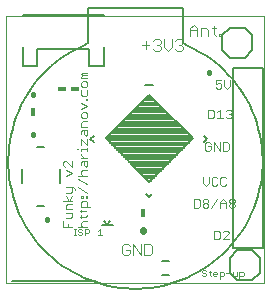
<source format=gto>
G75*
G70*
%OFA0B0*%
%FSLAX24Y24*%
%IPPOS*%
%LPD*%
%AMOC8*
5,1,8,0,0,1.08239X$1,22.5*
%
%ADD10C,0.0000*%
%ADD11C,0.0020*%
%ADD12C,0.0030*%
%ADD13C,0.0080*%
%ADD14C,0.0050*%
%ADD15C,0.0220*%
%ADD16C,0.0060*%
%ADD17R,0.0160X0.0280*%
%ADD18C,0.0160*%
%ADD19R,0.0280X0.0160*%
D10*
X000750Y000969D02*
X000750Y009869D01*
X009350Y009869D01*
X009350Y000969D01*
X000750Y000969D01*
D11*
X002986Y002554D02*
X003059Y002554D01*
X003022Y002554D02*
X003022Y002775D01*
X002986Y002775D02*
X003059Y002775D01*
X003133Y002738D02*
X003133Y002701D01*
X003170Y002665D01*
X003243Y002665D01*
X003280Y002628D01*
X003280Y002591D01*
X003243Y002554D01*
X003170Y002554D01*
X003133Y002591D01*
X003133Y002738D02*
X003170Y002775D01*
X003243Y002775D01*
X003280Y002738D01*
X003354Y002775D02*
X003464Y002775D01*
X003501Y002738D01*
X003501Y002665D01*
X003464Y002628D01*
X003354Y002628D01*
X003354Y002554D02*
X003354Y002775D01*
X003796Y002701D02*
X003869Y002775D01*
X003869Y002554D01*
X003796Y002554D02*
X003943Y002554D01*
X007264Y001366D02*
X007264Y001329D01*
X007301Y001292D01*
X007374Y001292D01*
X007411Y001255D01*
X007411Y001219D01*
X007374Y001182D01*
X007301Y001182D01*
X007264Y001219D01*
X007264Y001366D02*
X007301Y001402D01*
X007374Y001402D01*
X007411Y001366D01*
X007485Y001329D02*
X007558Y001329D01*
X007522Y001366D02*
X007522Y001219D01*
X007558Y001182D01*
X007632Y001219D02*
X007632Y001292D01*
X007669Y001329D01*
X007742Y001329D01*
X007779Y001292D01*
X007779Y001255D01*
X007632Y001255D01*
X007632Y001219D02*
X007669Y001182D01*
X007742Y001182D01*
X007853Y001182D02*
X007963Y001182D01*
X008000Y001219D01*
X008000Y001292D01*
X007963Y001329D01*
X007853Y001329D01*
X007853Y001109D01*
X008074Y001292D02*
X008221Y001292D01*
X008295Y001329D02*
X008295Y001219D01*
X008332Y001182D01*
X008442Y001182D01*
X008442Y001329D01*
X008516Y001329D02*
X008626Y001329D01*
X008663Y001292D01*
X008663Y001219D01*
X008626Y001182D01*
X008516Y001182D01*
X008516Y001109D02*
X008516Y001329D01*
D12*
X008160Y002422D02*
X007967Y002422D01*
X008160Y002615D01*
X008160Y002664D01*
X008112Y002712D01*
X008015Y002712D01*
X007967Y002664D01*
X007866Y002664D02*
X007817Y002712D01*
X007672Y002712D01*
X007672Y002422D01*
X007817Y002422D01*
X007866Y002470D01*
X007866Y002664D01*
X007876Y003480D02*
X007876Y003673D01*
X007972Y003770D01*
X008069Y003673D01*
X008069Y003480D01*
X008170Y003528D02*
X008170Y003577D01*
X008219Y003625D01*
X008316Y003625D01*
X008364Y003577D01*
X008364Y003528D01*
X008316Y003480D01*
X008219Y003480D01*
X008170Y003528D01*
X008219Y003625D02*
X008170Y003673D01*
X008170Y003722D01*
X008219Y003770D01*
X008316Y003770D01*
X008364Y003722D01*
X008364Y003673D01*
X008316Y003625D01*
X008069Y003625D02*
X007876Y003625D01*
X007775Y003770D02*
X007581Y003480D01*
X007480Y003528D02*
X007432Y003480D01*
X007335Y003480D01*
X007286Y003528D01*
X007286Y003577D01*
X007335Y003625D01*
X007432Y003625D01*
X007480Y003577D01*
X007480Y003528D01*
X007432Y003625D02*
X007480Y003673D01*
X007480Y003722D01*
X007432Y003770D01*
X007335Y003770D01*
X007286Y003722D01*
X007286Y003673D01*
X007335Y003625D01*
X007185Y003528D02*
X007185Y003722D01*
X007137Y003770D01*
X006992Y003770D01*
X006992Y003480D01*
X007137Y003480D01*
X007185Y003528D01*
X007391Y004211D02*
X007488Y004307D01*
X007488Y004501D01*
X007589Y004453D02*
X007589Y004259D01*
X007637Y004211D01*
X007734Y004211D01*
X007782Y004259D01*
X007883Y004259D02*
X007932Y004211D01*
X008029Y004211D01*
X008077Y004259D01*
X007883Y004259D02*
X007883Y004453D01*
X007932Y004501D01*
X008029Y004501D01*
X008077Y004453D01*
X007782Y004453D02*
X007734Y004501D01*
X007637Y004501D01*
X007589Y004453D01*
X007294Y004501D02*
X007294Y004307D01*
X007391Y004211D01*
X007418Y005370D02*
X007370Y005418D01*
X007370Y005612D01*
X007418Y005660D01*
X007515Y005660D01*
X007563Y005612D01*
X007563Y005515D02*
X007466Y005515D01*
X007563Y005515D02*
X007563Y005418D01*
X007515Y005370D01*
X007418Y005370D01*
X007664Y005370D02*
X007664Y005660D01*
X007858Y005370D01*
X007858Y005660D01*
X007959Y005660D02*
X008104Y005660D01*
X008153Y005612D01*
X008153Y005418D01*
X008104Y005370D01*
X007959Y005370D01*
X007959Y005660D01*
X007959Y006453D02*
X007765Y006453D01*
X007862Y006453D02*
X007862Y006743D01*
X007765Y006647D01*
X007664Y006695D02*
X007616Y006743D01*
X007471Y006743D01*
X007471Y006453D01*
X007616Y006453D01*
X007664Y006502D01*
X007664Y006695D01*
X008060Y006695D02*
X008108Y006743D01*
X008205Y006743D01*
X008253Y006695D01*
X008253Y006647D01*
X008205Y006598D01*
X008253Y006550D01*
X008253Y006502D01*
X008205Y006453D01*
X008108Y006453D01*
X008060Y006502D01*
X008157Y006598D02*
X008205Y006598D01*
X008114Y007436D02*
X008017Y007533D01*
X008017Y007726D01*
X007916Y007726D02*
X007722Y007726D01*
X007722Y007581D01*
X007819Y007629D01*
X007868Y007629D01*
X007916Y007581D01*
X007916Y007484D01*
X007868Y007436D01*
X007771Y007436D01*
X007722Y007484D01*
X008114Y007436D02*
X008211Y007533D01*
X008211Y007726D01*
X007907Y009210D02*
X007845Y009210D01*
X007845Y009272D01*
X007907Y009272D01*
X007907Y009210D01*
X007723Y009210D02*
X007661Y009272D01*
X007661Y009518D01*
X007600Y009457D02*
X007723Y009457D01*
X007478Y009395D02*
X007478Y009210D01*
X007478Y009395D02*
X007417Y009457D01*
X007231Y009457D01*
X007231Y009210D01*
X007110Y009210D02*
X007110Y009457D01*
X006986Y009580D01*
X006863Y009457D01*
X006863Y009210D01*
X006863Y009395D02*
X007110Y009395D01*
X006623Y009019D02*
X006623Y008958D01*
X006561Y008896D01*
X006623Y008834D01*
X006623Y008772D01*
X006561Y008711D01*
X006438Y008711D01*
X006376Y008772D01*
X006500Y008896D02*
X006561Y008896D01*
X006623Y009019D02*
X006561Y009081D01*
X006438Y009081D01*
X006376Y009019D01*
X006255Y009081D02*
X006255Y008834D01*
X006131Y008711D01*
X006008Y008834D01*
X006008Y009081D01*
X005886Y009019D02*
X005886Y008958D01*
X005825Y008896D01*
X005886Y008834D01*
X005886Y008772D01*
X005825Y008711D01*
X005701Y008711D01*
X005640Y008772D01*
X005518Y008896D02*
X005271Y008896D01*
X005395Y009019D02*
X005395Y008772D01*
X005640Y009019D02*
X005701Y009081D01*
X005825Y009081D01*
X005886Y009019D01*
X005825Y008896D02*
X005763Y008896D01*
X003434Y007978D02*
X003289Y007978D01*
X003241Y007930D01*
X003289Y007882D01*
X003434Y007882D01*
X003434Y007785D02*
X003241Y007785D01*
X003241Y007833D01*
X003289Y007882D01*
X003289Y007684D02*
X003241Y007635D01*
X003241Y007539D01*
X003289Y007490D01*
X003386Y007490D01*
X003434Y007539D01*
X003434Y007635D01*
X003386Y007684D01*
X003289Y007684D01*
X003241Y007389D02*
X003241Y007244D01*
X003289Y007196D01*
X003386Y007196D01*
X003434Y007244D01*
X003434Y007389D01*
X003434Y007097D02*
X003386Y007097D01*
X003386Y007048D01*
X003434Y007048D01*
X003434Y007097D01*
X003241Y006947D02*
X003434Y006850D01*
X003241Y006754D01*
X003289Y006652D02*
X003241Y006604D01*
X003241Y006507D01*
X003289Y006459D01*
X003386Y006459D01*
X003434Y006507D01*
X003434Y006604D01*
X003386Y006652D01*
X003289Y006652D01*
X003289Y006358D02*
X003434Y006358D01*
X003434Y006164D02*
X003241Y006164D01*
X003241Y006309D01*
X003289Y006358D01*
X003289Y006063D02*
X003434Y006063D01*
X003434Y005918D01*
X003386Y005870D01*
X003337Y005918D01*
X003337Y006063D01*
X003289Y006063D02*
X003241Y006015D01*
X003241Y005918D01*
X003241Y005768D02*
X003434Y005575D01*
X003434Y005768D01*
X003241Y005768D02*
X003241Y005575D01*
X003241Y005427D02*
X003434Y005427D01*
X003434Y005475D02*
X003434Y005378D01*
X003241Y005378D02*
X003241Y005427D01*
X003144Y005427D02*
X003096Y005427D01*
X003241Y005278D02*
X003241Y005230D01*
X003337Y005133D01*
X003241Y005133D02*
X003434Y005133D01*
X003434Y005032D02*
X003434Y004887D01*
X003386Y004838D01*
X003337Y004887D01*
X003337Y005032D01*
X003289Y005032D02*
X003434Y005032D01*
X003289Y005032D02*
X003241Y004983D01*
X003241Y004887D01*
X003289Y004737D02*
X003434Y004737D01*
X003289Y004737D02*
X003241Y004689D01*
X003241Y004592D01*
X003289Y004544D01*
X003144Y004544D02*
X003434Y004544D01*
X003434Y004249D02*
X003144Y004442D01*
X002930Y004640D02*
X002737Y004737D01*
X002688Y004838D02*
X002640Y004887D01*
X002640Y004983D01*
X002688Y005032D01*
X002737Y005032D01*
X002930Y004838D01*
X002930Y005032D01*
X002930Y004640D02*
X002737Y004544D01*
X002737Y004148D02*
X002979Y004148D01*
X003027Y004099D01*
X003027Y004051D01*
X002930Y004003D02*
X002930Y004148D01*
X002930Y004003D02*
X002882Y003954D01*
X002737Y003954D01*
X002737Y003854D02*
X002834Y003709D01*
X002930Y003854D01*
X002930Y003709D02*
X002640Y003709D01*
X002785Y003608D02*
X002930Y003608D01*
X002785Y003608D02*
X002737Y003559D01*
X002737Y003414D01*
X002930Y003414D01*
X002930Y003313D02*
X002737Y003313D01*
X002930Y003313D02*
X002930Y003168D01*
X002882Y003119D01*
X002737Y003119D01*
X002640Y003018D02*
X002640Y002825D01*
X002930Y002825D01*
X002785Y002825D02*
X002785Y002922D01*
X003144Y002825D02*
X003434Y002825D01*
X003289Y002825D02*
X003241Y002873D01*
X003241Y002970D01*
X003289Y003018D01*
X003434Y003018D01*
X003386Y003168D02*
X003434Y003216D01*
X003386Y003168D02*
X003192Y003168D01*
X003241Y003216D02*
X003241Y003119D01*
X003241Y003316D02*
X003241Y003413D01*
X003192Y003364D02*
X003386Y003364D01*
X003434Y003413D01*
X003434Y003512D02*
X003434Y003657D01*
X003386Y003706D01*
X003289Y003706D01*
X003241Y003657D01*
X003241Y003512D01*
X003531Y003512D01*
X003434Y003807D02*
X003386Y003807D01*
X003386Y003855D01*
X003434Y003855D01*
X003434Y003807D01*
X003434Y003954D02*
X003144Y004148D01*
X003241Y003855D02*
X003289Y003855D01*
X003289Y003807D01*
X003241Y003807D01*
X003241Y003855D01*
X004674Y002255D02*
X004612Y002194D01*
X004612Y001947D01*
X004674Y001885D01*
X004797Y001885D01*
X004859Y001947D01*
X004859Y002070D01*
X004735Y002070D01*
X004859Y002194D02*
X004797Y002255D01*
X004674Y002255D01*
X004980Y002255D02*
X005227Y001885D01*
X005227Y002255D01*
X005349Y002255D02*
X005534Y002255D01*
X005596Y002194D01*
X005596Y001947D01*
X005534Y001885D01*
X005349Y001885D01*
X005349Y002255D01*
X004980Y002255D02*
X004980Y001885D01*
D13*
X004285Y002894D02*
X004104Y002894D01*
X004012Y003016D01*
X003923Y002894D02*
X004104Y002894D01*
X004114Y002900D02*
X004190Y003016D01*
X005389Y003932D02*
X005500Y003820D01*
X005611Y003932D01*
X005515Y004322D02*
X005541Y004347D01*
X006977Y005783D01*
X006952Y005783D01*
X005515Y007219D01*
X005490Y007219D01*
X004054Y005783D01*
X005515Y004322D01*
X005457Y004380D02*
X005574Y004380D01*
X005652Y004458D02*
X005379Y004458D01*
X005300Y004537D02*
X005731Y004537D01*
X005809Y004615D02*
X005222Y004615D01*
X005143Y004694D02*
X005888Y004694D01*
X005966Y004772D02*
X005065Y004772D01*
X004986Y004851D02*
X006045Y004851D01*
X006123Y004929D02*
X004908Y004929D01*
X004829Y005008D02*
X006202Y005008D01*
X006280Y005086D02*
X004751Y005086D01*
X004672Y005165D02*
X006359Y005165D01*
X006437Y005243D02*
X004594Y005243D01*
X004515Y005322D02*
X006516Y005322D01*
X006594Y005400D02*
X004437Y005400D01*
X004358Y005479D02*
X006673Y005479D01*
X006751Y005557D02*
X004280Y005557D01*
X004201Y005636D02*
X006830Y005636D01*
X006908Y005714D02*
X004123Y005714D01*
X004064Y005793D02*
X006942Y005793D01*
X006863Y005871D02*
X004142Y005871D01*
X004221Y005950D02*
X006785Y005950D01*
X006706Y006028D02*
X004299Y006028D01*
X004378Y006107D02*
X006628Y006107D01*
X006549Y006185D02*
X004456Y006185D01*
X004535Y006264D02*
X006471Y006264D01*
X006392Y006342D02*
X004613Y006342D01*
X004692Y006421D02*
X006314Y006421D01*
X006235Y006499D02*
X004770Y006499D01*
X004849Y006578D02*
X006157Y006578D01*
X006078Y006656D02*
X004927Y006656D01*
X005006Y006735D02*
X006000Y006735D01*
X005921Y006813D02*
X005084Y006813D01*
X005163Y006892D02*
X005843Y006892D01*
X005764Y006970D02*
X005241Y006970D01*
X005320Y007049D02*
X005686Y007049D01*
X005607Y007127D02*
X005398Y007127D01*
X005477Y007206D02*
X005529Y007206D01*
X005639Y007578D02*
X005361Y007578D01*
X006625Y008949D02*
X006625Y010130D01*
X003475Y010130D01*
X003475Y008949D01*
X003516Y008748D02*
X001784Y008748D01*
X001784Y008197D01*
X001311Y008197D01*
X001311Y008827D01*
X001311Y009890D02*
X003989Y009890D01*
X003989Y008827D02*
X003989Y008197D01*
X003516Y008197D01*
X003516Y008748D01*
X003663Y005880D02*
X003551Y005769D01*
X003663Y005658D01*
X002530Y004755D02*
X002530Y004283D01*
X002018Y003535D02*
X001782Y003535D01*
X001270Y004283D02*
X001270Y004755D01*
X001782Y005503D02*
X002018Y005503D01*
X003475Y008949D02*
X003285Y008867D01*
X003099Y008776D01*
X002917Y008676D01*
X002741Y008568D01*
X002570Y008451D01*
X002405Y008326D01*
X002246Y008192D01*
X002094Y008052D01*
X001949Y007904D01*
X001811Y007749D01*
X001682Y007587D01*
X001560Y007420D01*
X001446Y007246D01*
X001342Y007068D01*
X001246Y006884D01*
X001159Y006696D01*
X001081Y006504D01*
X001013Y006308D01*
X000954Y006109D01*
X000906Y005908D01*
X000867Y005704D01*
X000838Y005499D01*
X000819Y005293D01*
X000811Y005086D01*
X000812Y004879D01*
X000824Y004672D01*
X000845Y004466D01*
X000877Y004261D01*
X000919Y004058D01*
X000970Y003857D01*
X001031Y003660D01*
X001102Y003465D01*
X001183Y003274D01*
X001272Y003087D01*
X001371Y002905D01*
X001478Y002728D01*
X001594Y002556D01*
X001718Y002390D01*
X001850Y002230D01*
X001990Y002077D01*
X002137Y001931D01*
X002291Y001793D01*
X002451Y001662D01*
X002618Y001539D01*
X002791Y001424D01*
X002969Y001318D01*
X003152Y001221D01*
X003339Y001133D01*
X003531Y001054D01*
X003726Y000984D01*
X003924Y000924D01*
X004125Y000874D01*
X004328Y000834D01*
X004533Y000804D01*
X004739Y000783D01*
X004946Y000773D01*
X005154Y000773D01*
X005361Y000783D01*
X005567Y000804D01*
X005772Y000834D01*
X005975Y000874D01*
X006176Y000924D01*
X006374Y000984D01*
X006569Y001054D01*
X006761Y001133D01*
X006948Y001221D01*
X007131Y001318D01*
X007309Y001424D01*
X007482Y001539D01*
X007649Y001662D01*
X007809Y001793D01*
X007963Y001931D01*
X008110Y002077D01*
X008250Y002230D01*
X008382Y002390D01*
X008506Y002556D01*
X008622Y002728D01*
X008729Y002905D01*
X008828Y003087D01*
X008917Y003274D01*
X008998Y003465D01*
X009069Y003660D01*
X009130Y003857D01*
X009181Y004058D01*
X009223Y004261D01*
X009255Y004466D01*
X009276Y004672D01*
X009288Y004879D01*
X009289Y005086D01*
X009281Y005293D01*
X009262Y005499D01*
X009233Y005704D01*
X009194Y005908D01*
X009146Y006109D01*
X009087Y006308D01*
X009019Y006504D01*
X008941Y006696D01*
X008854Y006884D01*
X008758Y007068D01*
X008654Y007246D01*
X008540Y007420D01*
X008418Y007587D01*
X008289Y007749D01*
X008151Y007904D01*
X008006Y008052D01*
X007854Y008192D01*
X007695Y008326D01*
X007530Y008451D01*
X007359Y008568D01*
X007183Y008676D01*
X007001Y008776D01*
X006815Y008867D01*
X006625Y008949D01*
X007950Y008719D02*
X008200Y008469D01*
X008700Y008469D01*
X008950Y008719D01*
X008950Y009219D01*
X008700Y009469D01*
X008200Y009469D01*
X007950Y009219D01*
X007950Y008719D01*
X008300Y008119D02*
X008300Y002119D01*
X009300Y002119D01*
X009300Y008119D01*
X008300Y008119D01*
X007337Y005880D02*
X007449Y005769D01*
X007337Y005658D01*
X008440Y002050D02*
X008190Y001800D01*
X008190Y001300D01*
X008440Y001050D01*
X008940Y001050D01*
X009190Y001300D01*
X009190Y001800D01*
X008940Y002050D01*
X008440Y002050D01*
D14*
X003750Y001019D02*
X000950Y001019D01*
D15*
X005300Y002707D02*
X005300Y002731D01*
D16*
X005932Y001705D02*
X006168Y001705D01*
X006168Y001233D02*
X005932Y001233D01*
D17*
X005287Y003285D03*
X001650Y006669D03*
D18*
X001639Y007242D02*
X001639Y007266D01*
X001650Y005931D02*
X001650Y005907D01*
X002100Y003081D02*
X002100Y003057D01*
X007500Y007957D02*
X007500Y007981D01*
D19*
X003050Y007419D03*
X002600Y007419D03*
M02*

</source>
